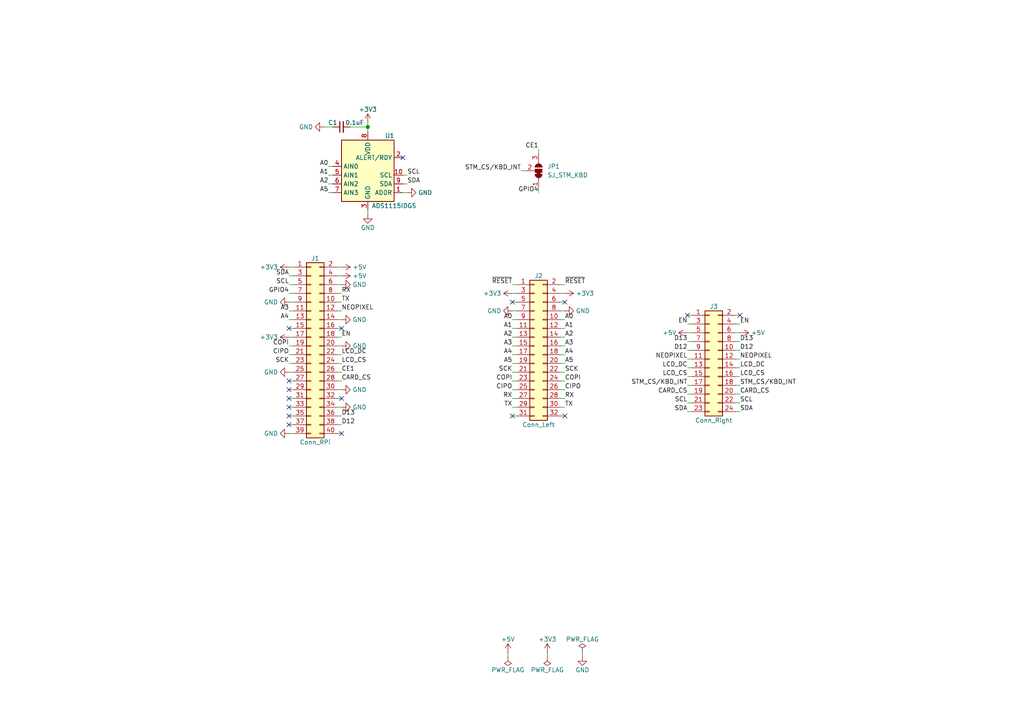
<source format=kicad_sch>
(kicad_sch (version 20210126) (generator eeschema)
  (paper "A4")
  (lib_symbols
    (symbol "Analog_ADC:ADS1115IDGS"
      (property "Reference" "U" (at 2.54 13.97 0))
      (property "Value" "ADS1115IDGS" (at 7.62 11.43 0))
      (symbol "ADS1115IDGS_0_1"
        (rectangle (start -7.62 10.16) (end 7.62 -7.62) (stroke (width 0.254)) (fill (type background)))
      )
      (symbol "ADS1115IDGS_1_1"
        (pin input line (at 10.16 -5.08 180) (length 2.54) (name "ADDR") (number "1"))
        (pin input line (at 10.16 0 180) (length 2.54) (name "SCL") (number "10"))
        (pin output line (at 10.16 5.08 180) (length 2.54) (name "ALERT/RDY") (number "2"))
        (pin power_in line (at 0 -10.16 90) (length 2.54) (name "GND") (number "3"))
        (pin input line (at -10.16 2.54 0) (length 2.54) (name "AIN0") (number "4"))
        (pin input line (at -10.16 0 0) (length 2.54) (name "AIN1") (number "5"))
        (pin input line (at -10.16 -2.54 0) (length 2.54) (name "AIN2") (number "6"))
        (pin input line (at -10.16 -5.08 0) (length 2.54) (name "AIN3") (number "7"))
        (pin power_in line (at 0 12.7 270) (length 2.54) (name "VDD") (number "8"))
        (pin bidirectional line (at 10.16 -2.54 180) (length 2.54) (name "SDA") (number "9"))
      )
    )
    (symbol "Connector_Generic:Conn_02x12_Odd_Even" (pin_names (offset 1.016) hide)
      (property "Reference" "J" (at 1.27 15.24 0))
      (property "Value" "Conn_02x12_Odd_Even" (at 1.27 -17.78 0))
      (symbol "Conn_02x12_Odd_Even_1_1"
        (rectangle (start -1.27 -15.113) (end 0 -15.367) (stroke (width 0.1524)))
        (rectangle (start -1.27 -12.573) (end 0 -12.827) (stroke (width 0.1524)))
        (rectangle (start -1.27 -10.033) (end 0 -10.287) (stroke (width 0.1524)))
        (rectangle (start -1.27 -7.493) (end 0 -7.747) (stroke (width 0.1524)))
        (rectangle (start -1.27 -4.953) (end 0 -5.207) (stroke (width 0.1524)))
        (rectangle (start -1.27 -2.413) (end 0 -2.667) (stroke (width 0.1524)))
        (rectangle (start -1.27 0.127) (end 0 -0.127) (stroke (width 0.1524)))
        (rectangle (start -1.27 2.667) (end 0 2.413) (stroke (width 0.1524)))
        (rectangle (start -1.27 5.207) (end 0 4.953) (stroke (width 0.1524)))
        (rectangle (start -1.27 7.747) (end 0 7.493) (stroke (width 0.1524)))
        (rectangle (start -1.27 10.287) (end 0 10.033) (stroke (width 0.1524)))
        (rectangle (start -1.27 12.827) (end 0 12.573) (stroke (width 0.1524)))
        (rectangle (start 3.81 -15.113) (end 2.54 -15.367) (stroke (width 0.1524)))
        (rectangle (start 3.81 -12.573) (end 2.54 -12.827) (stroke (width 0.1524)))
        (rectangle (start 3.81 -10.033) (end 2.54 -10.287) (stroke (width 0.1524)))
        (rectangle (start 3.81 -7.493) (end 2.54 -7.747) (stroke (width 0.1524)))
        (rectangle (start 3.81 -4.953) (end 2.54 -5.207) (stroke (width 0.1524)))
        (rectangle (start 3.81 -2.413) (end 2.54 -2.667) (stroke (width 0.1524)))
        (rectangle (start 3.81 0.127) (end 2.54 -0.127) (stroke (width 0.1524)))
        (rectangle (start 3.81 2.667) (end 2.54 2.413) (stroke (width 0.1524)))
        (rectangle (start 3.81 5.207) (end 2.54 4.953) (stroke (width 0.1524)))
        (rectangle (start 3.81 7.747) (end 2.54 7.493) (stroke (width 0.1524)))
        (rectangle (start 3.81 10.287) (end 2.54 10.033) (stroke (width 0.1524)))
        (rectangle (start 3.81 12.827) (end 2.54 12.573) (stroke (width 0.1524)))
        (rectangle (start -1.27 13.97) (end 3.81 -16.51) (stroke (width 0.254)) (fill (type background)))
        (pin passive line (at -5.08 12.7 0) (length 3.81) (name "Pin_1") (number "1"))
        (pin passive line (at 7.62 2.54 180) (length 3.81) (name "Pin_10") (number "10"))
        (pin passive line (at -5.08 0 0) (length 3.81) (name "Pin_11") (number "11"))
        (pin passive line (at 7.62 0 180) (length 3.81) (name "Pin_12") (number "12"))
        (pin passive line (at -5.08 -2.54 0) (length 3.81) (name "Pin_13") (number "13"))
        (pin passive line (at 7.62 -2.54 180) (length 3.81) (name "Pin_14") (number "14"))
        (pin passive line (at -5.08 -5.08 0) (length 3.81) (name "Pin_15") (number "15"))
        (pin passive line (at 7.62 -5.08 180) (length 3.81) (name "Pin_16") (number "16"))
        (pin passive line (at -5.08 -7.62 0) (length 3.81) (name "Pin_17") (number "17"))
        (pin passive line (at 7.62 -7.62 180) (length 3.81) (name "Pin_18") (number "18"))
        (pin passive line (at -5.08 -10.16 0) (length 3.81) (name "Pin_19") (number "19"))
        (pin passive line (at 7.62 12.7 180) (length 3.81) (name "Pin_2") (number "2"))
        (pin passive line (at 7.62 -10.16 180) (length 3.81) (name "Pin_20") (number "20"))
        (pin passive line (at -5.08 -12.7 0) (length 3.81) (name "Pin_21") (number "21"))
        (pin passive line (at 7.62 -12.7 180) (length 3.81) (name "Pin_22") (number "22"))
        (pin passive line (at -5.08 -15.24 0) (length 3.81) (name "Pin_23") (number "23"))
        (pin passive line (at 7.62 -15.24 180) (length 3.81) (name "Pin_24") (number "24"))
        (pin passive line (at -5.08 10.16 0) (length 3.81) (name "Pin_3") (number "3"))
        (pin passive line (at 7.62 10.16 180) (length 3.81) (name "Pin_4") (number "4"))
        (pin passive line (at -5.08 7.62 0) (length 3.81) (name "Pin_5") (number "5"))
        (pin passive line (at 7.62 7.62 180) (length 3.81) (name "Pin_6") (number "6"))
        (pin passive line (at -5.08 5.08 0) (length 3.81) (name "Pin_7") (number "7"))
        (pin passive line (at 7.62 5.08 180) (length 3.81) (name "Pin_8") (number "8"))
        (pin passive line (at -5.08 2.54 0) (length 3.81) (name "Pin_9") (number "9"))
      )
    )
    (symbol "Connector_Generic:Conn_02x16_Odd_Even" (pin_names (offset 1.016) hide)
      (property "Reference" "J" (at 1.27 20.32 0))
      (property "Value" "Conn_02x16_Odd_Even" (at 1.27 -22.86 0))
      (symbol "Conn_02x16_Odd_Even_1_1"
        (rectangle (start -1.27 -20.193) (end 0 -20.447) (stroke (width 0.1524)))
        (rectangle (start -1.27 -17.653) (end 0 -17.907) (stroke (width 0.1524)))
        (rectangle (start -1.27 -15.113) (end 0 -15.367) (stroke (width 0.1524)))
        (rectangle (start -1.27 -12.573) (end 0 -12.827) (stroke (width 0.1524)))
        (rectangle (start -1.27 -10.033) (end 0 -10.287) (stroke (width 0.1524)))
        (rectangle (start -1.27 -7.493) (end 0 -7.747) (stroke (width 0.1524)))
        (rectangle (start -1.27 -4.953) (end 0 -5.207) (stroke (width 0.1524)))
        (rectangle (start -1.27 -2.413) (end 0 -2.667) (stroke (width 0.1524)))
        (rectangle (start -1.27 0.127) (end 0 -0.127) (stroke (width 0.1524)))
        (rectangle (start -1.27 2.667) (end 0 2.413) (stroke (width 0.1524)))
        (rectangle (start -1.27 5.207) (end 0 4.953) (stroke (width 0.1524)))
        (rectangle (start -1.27 7.747) (end 0 7.493) (stroke (width 0.1524)))
        (rectangle (start -1.27 10.287) (end 0 10.033) (stroke (width 0.1524)))
        (rectangle (start -1.27 12.827) (end 0 12.573) (stroke (width 0.1524)))
        (rectangle (start -1.27 15.367) (end 0 15.113) (stroke (width 0.1524)))
        (rectangle (start -1.27 17.907) (end 0 17.653) (stroke (width 0.1524)))
        (rectangle (start 3.81 -20.193) (end 2.54 -20.447) (stroke (width 0.1524)))
        (rectangle (start 3.81 -17.653) (end 2.54 -17.907) (stroke (width 0.1524)))
        (rectangle (start 3.81 -15.113) (end 2.54 -15.367) (stroke (width 0.1524)))
        (rectangle (start 3.81 -12.573) (end 2.54 -12.827) (stroke (width 0.1524)))
        (rectangle (start 3.81 -10.033) (end 2.54 -10.287) (stroke (width 0.1524)))
        (rectangle (start 3.81 -7.493) (end 2.54 -7.747) (stroke (width 0.1524)))
        (rectangle (start 3.81 -4.953) (end 2.54 -5.207) (stroke (width 0.1524)))
        (rectangle (start 3.81 -2.413) (end 2.54 -2.667) (stroke (width 0.1524)))
        (rectangle (start 3.81 0.127) (end 2.54 -0.127) (stroke (width 0.1524)))
        (rectangle (start 3.81 2.667) (end 2.54 2.413) (stroke (width 0.1524)))
        (rectangle (start 3.81 5.207) (end 2.54 4.953) (stroke (width 0.1524)))
        (rectangle (start 3.81 7.747) (end 2.54 7.493) (stroke (width 0.1524)))
        (rectangle (start 3.81 10.287) (end 2.54 10.033) (stroke (width 0.1524)))
        (rectangle (start 3.81 12.827) (end 2.54 12.573) (stroke (width 0.1524)))
        (rectangle (start 3.81 15.367) (end 2.54 15.113) (stroke (width 0.1524)))
        (rectangle (start 3.81 17.907) (end 2.54 17.653) (stroke (width 0.1524)))
        (rectangle (start -1.27 19.05) (end 3.81 -21.59) (stroke (width 0.254)) (fill (type background)))
        (pin passive line (at -5.08 17.78 0) (length 3.81) (name "Pin_1") (number "1"))
        (pin passive line (at 7.62 7.62 180) (length 3.81) (name "Pin_10") (number "10"))
        (pin passive line (at -5.08 5.08 0) (length 3.81) (name "Pin_11") (number "11"))
        (pin passive line (at 7.62 5.08 180) (length 3.81) (name "Pin_12") (number "12"))
        (pin passive line (at -5.08 2.54 0) (length 3.81) (name "Pin_13") (number "13"))
        (pin passive line (at 7.62 2.54 180) (length 3.81) (name "Pin_14") (number "14"))
        (pin passive line (at -5.08 0 0) (length 3.81) (name "Pin_15") (number "15"))
        (pin passive line (at 7.62 0 180) (length 3.81) (name "Pin_16") (number "16"))
        (pin passive line (at -5.08 -2.54 0) (length 3.81) (name "Pin_17") (number "17"))
        (pin passive line (at 7.62 -2.54 180) (length 3.81) (name "Pin_18") (number "18"))
        (pin passive line (at -5.08 -5.08 0) (length 3.81) (name "Pin_19") (number "19"))
        (pin passive line (at 7.62 17.78 180) (length 3.81) (name "Pin_2") (number "2"))
        (pin passive line (at 7.62 -5.08 180) (length 3.81) (name "Pin_20") (number "20"))
        (pin passive line (at -5.08 -7.62 0) (length 3.81) (name "Pin_21") (number "21"))
        (pin passive line (at 7.62 -7.62 180) (length 3.81) (name "Pin_22") (number "22"))
        (pin passive line (at -5.08 -10.16 0) (length 3.81) (name "Pin_23") (number "23"))
        (pin passive line (at 7.62 -10.16 180) (length 3.81) (name "Pin_24") (number "24"))
        (pin passive line (at -5.08 -12.7 0) (length 3.81) (name "Pin_25") (number "25"))
        (pin passive line (at 7.62 -12.7 180) (length 3.81) (name "Pin_26") (number "26"))
        (pin passive line (at -5.08 -15.24 0) (length 3.81) (name "Pin_27") (number "27"))
        (pin passive line (at 7.62 -15.24 180) (length 3.81) (name "Pin_28") (number "28"))
        (pin passive line (at -5.08 -17.78 0) (length 3.81) (name "Pin_29") (number "29"))
        (pin passive line (at -5.08 15.24 0) (length 3.81) (name "Pin_3") (number "3"))
        (pin passive line (at 7.62 -17.78 180) (length 3.81) (name "Pin_30") (number "30"))
        (pin passive line (at -5.08 -20.32 0) (length 3.81) (name "Pin_31") (number "31"))
        (pin passive line (at 7.62 -20.32 180) (length 3.81) (name "Pin_32") (number "32"))
        (pin passive line (at 7.62 15.24 180) (length 3.81) (name "Pin_4") (number "4"))
        (pin passive line (at -5.08 12.7 0) (length 3.81) (name "Pin_5") (number "5"))
        (pin passive line (at 7.62 12.7 180) (length 3.81) (name "Pin_6") (number "6"))
        (pin passive line (at -5.08 10.16 0) (length 3.81) (name "Pin_7") (number "7"))
        (pin passive line (at 7.62 10.16 180) (length 3.81) (name "Pin_8") (number "8"))
        (pin passive line (at -5.08 7.62 0) (length 3.81) (name "Pin_9") (number "9"))
      )
    )
    (symbol "Connector_Generic:Conn_02x20_Odd_Even" (pin_names (offset 1.016) hide)
      (property "Reference" "J" (at 1.27 25.4 0))
      (property "Value" "Conn_02x20_Odd_Even" (at 1.27 -27.94 0))
      (symbol "Conn_02x20_Odd_Even_1_1"
        (rectangle (start -1.27 -25.273) (end 0 -25.527) (stroke (width 0.1524)))
        (rectangle (start -1.27 -22.733) (end 0 -22.987) (stroke (width 0.1524)))
        (rectangle (start -1.27 -20.193) (end 0 -20.447) (stroke (width 0.1524)))
        (rectangle (start -1.27 -17.653) (end 0 -17.907) (stroke (width 0.1524)))
        (rectangle (start -1.27 -15.113) (end 0 -15.367) (stroke (width 0.1524)))
        (rectangle (start -1.27 -12.573) (end 0 -12.827) (stroke (width 0.1524)))
        (rectangle (start -1.27 -10.033) (end 0 -10.287) (stroke (width 0.1524)))
        (rectangle (start -1.27 -7.493) (end 0 -7.747) (stroke (width 0.1524)))
        (rectangle (start -1.27 -4.953) (end 0 -5.207) (stroke (width 0.1524)))
        (rectangle (start -1.27 -2.413) (end 0 -2.667) (stroke (width 0.1524)))
        (rectangle (start -1.27 0.127) (end 0 -0.127) (stroke (width 0.1524)))
        (rectangle (start -1.27 2.667) (end 0 2.413) (stroke (width 0.1524)))
        (rectangle (start -1.27 5.207) (end 0 4.953) (stroke (width 0.1524)))
        (rectangle (start -1.27 7.747) (end 0 7.493) (stroke (width 0.1524)))
        (rectangle (start -1.27 10.287) (end 0 10.033) (stroke (width 0.1524)))
        (rectangle (start -1.27 12.827) (end 0 12.573) (stroke (width 0.1524)))
        (rectangle (start -1.27 15.367) (end 0 15.113) (stroke (width 0.1524)))
        (rectangle (start -1.27 17.907) (end 0 17.653) (stroke (width 0.1524)))
        (rectangle (start -1.27 20.447) (end 0 20.193) (stroke (width 0.1524)))
        (rectangle (start -1.27 22.987) (end 0 22.733) (stroke (width 0.1524)))
        (rectangle (start 3.81 -25.273) (end 2.54 -25.527) (stroke (width 0.1524)))
        (rectangle (start 3.81 -22.733) (end 2.54 -22.987) (stroke (width 0.1524)))
        (rectangle (start 3.81 -20.193) (end 2.54 -20.447) (stroke (width 0.1524)))
        (rectangle (start 3.81 -17.653) (end 2.54 -17.907) (stroke (width 0.1524)))
        (rectangle (start 3.81 -15.113) (end 2.54 -15.367) (stroke (width 0.1524)))
        (rectangle (start 3.81 -12.573) (end 2.54 -12.827) (stroke (width 0.1524)))
        (rectangle (start 3.81 -10.033) (end 2.54 -10.287) (stroke (width 0.1524)))
        (rectangle (start 3.81 -7.493) (end 2.54 -7.747) (stroke (width 0.1524)))
        (rectangle (start 3.81 -4.953) (end 2.54 -5.207) (stroke (width 0.1524)))
        (rectangle (start 3.81 -2.413) (end 2.54 -2.667) (stroke (width 0.1524)))
        (rectangle (start 3.81 0.127) (end 2.54 -0.127) (stroke (width 0.1524)))
        (rectangle (start 3.81 2.667) (end 2.54 2.413) (stroke (width 0.1524)))
        (rectangle (start 3.81 5.207) (end 2.54 4.953) (stroke (width 0.1524)))
        (rectangle (start 3.81 7.747) (end 2.54 7.493) (stroke (width 0.1524)))
        (rectangle (start 3.81 10.287) (end 2.54 10.033) (stroke (width 0.1524)))
        (rectangle (start 3.81 12.827) (end 2.54 12.573) (stroke (width 0.1524)))
        (rectangle (start 3.81 15.367) (end 2.54 15.113) (stroke (width 0.1524)))
        (rectangle (start 3.81 17.907) (end 2.54 17.653) (stroke (width 0.1524)))
        (rectangle (start 3.81 20.447) (end 2.54 20.193) (stroke (width 0.1524)))
        (rectangle (start 3.81 22.987) (end 2.54 22.733) (stroke (width 0.1524)))
        (rectangle (start -1.27 24.13) (end 3.81 -26.67) (stroke (width 0.254)) (fill (type background)))
        (pin passive line (at -5.08 22.86 0) (length 3.81) (name "Pin_1") (number "1"))
        (pin passive line (at 7.62 12.7 180) (length 3.81) (name "Pin_10") (number "10"))
        (pin passive line (at -5.08 10.16 0) (length 3.81) (name "Pin_11") (number "11"))
        (pin passive line (at 7.62 10.16 180) (length 3.81) (name "Pin_12") (number "12"))
        (pin passive line (at -5.08 7.62 0) (length 3.81) (name "Pin_13") (number "13"))
        (pin passive line (at 7.62 7.62 180) (length 3.81) (name "Pin_14") (number "14"))
        (pin passive line (at -5.08 5.08 0) (length 3.81) (name "Pin_15") (number "15"))
        (pin passive line (at 7.62 5.08 180) (length 3.81) (name "Pin_16") (number "16"))
        (pin passive line (at -5.08 2.54 0) (length 3.81) (name "Pin_17") (number "17"))
        (pin passive line (at 7.62 2.54 180) (length 3.81) (name "Pin_18") (number "18"))
        (pin passive line (at -5.08 0 0) (length 3.81) (name "Pin_19") (number "19"))
        (pin passive line (at 7.62 22.86 180) (length 3.81) (name "Pin_2") (number "2"))
        (pin passive line (at 7.62 0 180) (length 3.81) (name "Pin_20") (number "20"))
        (pin passive line (at -5.08 -2.54 0) (length 3.81) (name "Pin_21") (number "21"))
        (pin passive line (at 7.62 -2.54 180) (length 3.81) (name "Pin_22") (number "22"))
        (pin passive line (at -5.08 -5.08 0) (length 3.81) (name "Pin_23") (number "23"))
        (pin passive line (at 7.62 -5.08 180) (length 3.81) (name "Pin_24") (number "24"))
        (pin passive line (at -5.08 -7.62 0) (length 3.81) (name "Pin_25") (number "25"))
        (pin passive line (at 7.62 -7.62 180) (length 3.81) (name "Pin_26") (number "26"))
        (pin passive line (at -5.08 -10.16 0) (length 3.81) (name "Pin_27") (number "27"))
        (pin passive line (at 7.62 -10.16 180) (length 3.81) (name "Pin_28") (number "28"))
        (pin passive line (at -5.08 -12.7 0) (length 3.81) (name "Pin_29") (number "29"))
        (pin passive line (at -5.08 20.32 0) (length 3.81) (name "Pin_3") (number "3"))
        (pin passive line (at 7.62 -12.7 180) (length 3.81) (name "Pin_30") (number "30"))
        (pin passive line (at -5.08 -15.24 0) (length 3.81) (name "Pin_31") (number "31"))
        (pin passive line (at 7.62 -15.24 180) (length 3.81) (name "Pin_32") (number "32"))
        (pin passive line (at -5.08 -17.78 0) (length 3.81) (name "Pin_33") (number "33"))
        (pin passive line (at 7.62 -17.78 180) (length 3.81) (name "Pin_34") (number "34"))
        (pin passive line (at -5.08 -20.32 0) (length 3.81) (name "Pin_35") (number "35"))
        (pin passive line (at 7.62 -20.32 180) (length 3.81) (name "Pin_36") (number "36"))
        (pin passive line (at -5.08 -22.86 0) (length 3.81) (name "Pin_37") (number "37"))
        (pin passive line (at 7.62 -22.86 180) (length 3.81) (name "Pin_38") (number "38"))
        (pin passive line (at -5.08 -25.4 0) (length 3.81) (name "Pin_39") (number "39"))
        (pin passive line (at 7.62 20.32 180) (length 3.81) (name "Pin_4") (number "4"))
        (pin passive line (at 7.62 -25.4 180) (length 3.81) (name "Pin_40") (number "40"))
        (pin passive line (at -5.08 17.78 0) (length 3.81) (name "Pin_5") (number "5"))
        (pin passive line (at 7.62 17.78 180) (length 3.81) (name "Pin_6") (number "6"))
        (pin passive line (at -5.08 15.24 0) (length 3.81) (name "Pin_7") (number "7"))
        (pin passive line (at 7.62 15.24 180) (length 3.81) (name "Pin_8") (number "8"))
        (pin passive line (at -5.08 12.7 0) (length 3.81) (name "Pin_9") (number "9"))
      )
    )
    (symbol "Device:C_Small" (pin_numbers hide) (pin_names (offset 0.254) hide)
      (property "Reference" "C" (at 0.254 1.778 0))
      (property "Value" "C_Small" (at 0.254 -2.032 0))
      (symbol "C_Small_0_1"
        (polyline (pts (xy -1.524 -0.508) (xy 1.524 -0.508)) (stroke (width 0.3302)))
        (polyline (pts (xy -1.524 0.508) (xy 1.524 0.508)) (stroke (width 0.3048)))
      )
      (symbol "C_Small_1_1"
        (pin passive line (at 0 2.54 270) (length 2.032) (name "~") (number "1"))
        (pin passive line (at 0 -2.54 90) (length 2.032) (name "~") (number "2"))
      )
    )
    (symbol "Jumper:SolderJumper_3_Bridged12" (pin_names (offset 0) hide)
      (property "Reference" "JP" (at -2.54 -2.54 0))
      (property "Value" "SolderJumper_3_Bridged12" (at 0 2.794 0))
      (symbol "SolderJumper_3_Bridged12_0_1"
        (arc (start -1.016 1.016) (end -1.016 -1.016) (radius (at -1.016 0) (length 1.016) (angles 90.1 -90.1)))
        (arc (start 1.016 -1.016) (end 1.016 1.016) (radius (at 1.016 0) (length 1.016) (angles -89.9 89.9)))
        (arc (start -1.016 1.016) (end -1.016 -1.016) (radius (at -1.016 0) (length 1.016) (angles 90.1 -90.1)) (fill (type outline)))
        (arc (start 1.016 -1.016) (end 1.016 1.016) (radius (at 1.016 0) (length 1.016) (angles -89.9 89.9)) (fill (type outline)))
        (rectangle (start -1.016 0.508) (end -0.508 -0.508) (fill (type outline)))
        (rectangle (start -0.508 1.016) (end 0.508 -1.016) (fill (type outline)))
        (polyline (pts (xy -2.54 0) (xy -2.032 0)))
        (polyline (pts (xy -1.016 1.016) (xy -1.016 -1.016)))
        (polyline (pts (xy 0 -1.27) (xy 0 -1.016)))
        (polyline (pts (xy 1.016 1.016) (xy 1.016 -1.016)))
        (polyline (pts (xy 2.54 0) (xy 2.032 0)))
      )
      (symbol "SolderJumper_3_Bridged12_1_1"
        (pin passive line (at -5.08 0 0) (length 2.54) (name "A") (number "1"))
        (pin input line (at 0 -3.81 90) (length 2.54) (name "C") (number "2"))
        (pin passive line (at 5.08 0 180) (length 2.54) (name "B") (number "3"))
      )
    )
    (symbol "power:+3.3V" (power) (pin_names (offset 0))
      (property "Value" "+3.3V" (at 0 3.556 0))
      (symbol "+3.3V_0_1"
        (polyline (pts (xy -0.762 1.27) (xy 0 2.54)))
        (polyline (pts (xy 0 0) (xy 0 2.54)))
        (polyline (pts (xy 0 2.54) (xy 0.762 1.27)))
      )
      (symbol "+3.3V_1_1"
        (pin power_in line (at 0 0 90) (length 0) hide (name "+3V3") (number "1"))
      )
    )
    (symbol "power:+5V" (power) (pin_names (offset 0))
      (property "Value" "+5V" (at 0 3.556 0))
      (symbol "+5V_0_1"
        (polyline (pts (xy -0.762 1.27) (xy 0 2.54)))
        (polyline (pts (xy 0 0) (xy 0 2.54)))
        (polyline (pts (xy 0 2.54) (xy 0.762 1.27)))
      )
      (symbol "+5V_1_1"
        (pin power_in line (at 0 0 90) (length 0) hide (name "+5V") (number "1"))
      )
    )
    (symbol "power:GND" (power) (pin_names (offset 0))
      (property "Value" "GND" (at 0 -3.81 0))
      (symbol "GND_0_1"
        (polyline (pts (xy 0 0) (xy 0 -1.27) (xy 1.27 -1.27) (xy 0 -2.54) (xy -1.27 -1.27) (xy 0 -1.27)))
      )
      (symbol "GND_1_1"
        (pin power_in line (at 0 0 270) (length 0) hide (name "GND") (number "1"))
      )
    )
    (symbol "power:PWR_FLAG" (power) (pin_numbers hide) (pin_names (offset 0) hide)
      (property "Value" "PWR_FLAG" (at 0 3.81 0))
      (symbol "PWR_FLAG_0_0"
        (pin power_out line (at 0 0 90) (length 0) (name "pwr") (number "1"))
      )
      (symbol "PWR_FLAG_0_1"
        (polyline (pts (xy 0 0) (xy 0 1.27) (xy -1.016 1.905) (xy 0 2.54) (xy 1.016 1.905) (xy 0 1.27)))
      )
    )
  )
  (junction (at 106.68 36.83) (diameter 1.016))
  (no_connect (at 83.82 95.25))
  (no_connect (at 83.82 110.49))
  (no_connect (at 83.82 113.03))
  (no_connect (at 83.82 115.57))
  (no_connect (at 83.82 118.11))
  (no_connect (at 83.82 120.65))
  (no_connect (at 83.82 123.19))
  (no_connect (at 99.06 95.25))
  (no_connect (at 99.06 115.57))
  (no_connect (at 99.06 125.73))
  (no_connect (at 116.84 45.72))
  (no_connect (at 148.59 87.63))
  (no_connect (at 148.59 120.65))
  (no_connect (at 163.83 87.63))
  (no_connect (at 163.83 120.65))
  (no_connect (at 199.39 91.44))
  (no_connect (at 214.63 91.44))
  (wire (pts (xy 83.82 77.47) (xy 85.09 77.47)))
  (wire (pts (xy 83.82 80.01) (xy 85.09 80.01)))
  (wire (pts (xy 83.82 82.55) (xy 85.09 82.55)))
  (wire (pts (xy 83.82 85.09) (xy 85.09 85.09)))
  (wire (pts (xy 83.82 87.63) (xy 85.09 87.63)))
  (wire (pts (xy 83.82 90.17) (xy 85.09 90.17)))
  (wire (pts (xy 83.82 92.71) (xy 85.09 92.71)))
  (wire (pts (xy 83.82 95.25) (xy 85.09 95.25)))
  (wire (pts (xy 83.82 97.79) (xy 85.09 97.79)))
  (wire (pts (xy 83.82 100.33) (xy 85.09 100.33)))
  (wire (pts (xy 83.82 102.87) (xy 85.09 102.87)))
  (wire (pts (xy 83.82 105.41) (xy 85.09 105.41)))
  (wire (pts (xy 83.82 107.95) (xy 85.09 107.95)))
  (wire (pts (xy 83.82 110.49) (xy 85.09 110.49)))
  (wire (pts (xy 83.82 113.03) (xy 85.09 113.03)))
  (wire (pts (xy 83.82 115.57) (xy 85.09 115.57)))
  (wire (pts (xy 83.82 118.11) (xy 85.09 118.11)))
  (wire (pts (xy 83.82 120.65) (xy 85.09 120.65)))
  (wire (pts (xy 83.82 123.19) (xy 85.09 123.19)))
  (wire (pts (xy 83.82 125.73) (xy 85.09 125.73)))
  (wire (pts (xy 93.98 36.83) (xy 96.52 36.83)))
  (wire (pts (xy 95.25 48.26) (xy 96.52 48.26)))
  (wire (pts (xy 95.25 50.8) (xy 96.52 50.8)))
  (wire (pts (xy 95.25 53.34) (xy 96.52 53.34)))
  (wire (pts (xy 95.25 55.88) (xy 96.52 55.88)))
  (wire (pts (xy 97.79 77.47) (xy 99.06 77.47)))
  (wire (pts (xy 97.79 80.01) (xy 99.06 80.01)))
  (wire (pts (xy 97.79 82.55) (xy 99.06 82.55)))
  (wire (pts (xy 97.79 85.09) (xy 99.06 85.09)))
  (wire (pts (xy 97.79 87.63) (xy 99.06 87.63)))
  (wire (pts (xy 97.79 90.17) (xy 99.06 90.17)))
  (wire (pts (xy 97.79 92.71) (xy 99.06 92.71)))
  (wire (pts (xy 97.79 95.25) (xy 99.06 95.25)))
  (wire (pts (xy 97.79 97.79) (xy 99.06 97.79)))
  (wire (pts (xy 97.79 100.33) (xy 99.06 100.33)))
  (wire (pts (xy 97.79 102.87) (xy 99.06 102.87)))
  (wire (pts (xy 97.79 105.41) (xy 99.06 105.41)))
  (wire (pts (xy 97.79 107.95) (xy 99.06 107.95)))
  (wire (pts (xy 97.79 110.49) (xy 99.06 110.49)))
  (wire (pts (xy 97.79 113.03) (xy 99.06 113.03)))
  (wire (pts (xy 97.79 115.57) (xy 99.06 115.57)))
  (wire (pts (xy 97.79 118.11) (xy 99.06 118.11)))
  (wire (pts (xy 97.79 120.65) (xy 99.06 120.65)))
  (wire (pts (xy 97.79 123.19) (xy 99.06 123.19)))
  (wire (pts (xy 97.79 125.73) (xy 99.06 125.73)))
  (wire (pts (xy 101.6 36.83) (xy 106.68 36.83)))
  (wire (pts (xy 106.68 35.56) (xy 106.68 36.83)))
  (wire (pts (xy 106.68 36.83) (xy 106.68 38.1)))
  (wire (pts (xy 106.68 60.96) (xy 106.68 62.23)))
  (wire (pts (xy 116.84 50.8) (xy 118.11 50.8)))
  (wire (pts (xy 116.84 53.34) (xy 118.11 53.34)))
  (wire (pts (xy 116.84 55.88) (xy 118.11 55.88)))
  (wire (pts (xy 147.32 189.23) (xy 147.32 190.5)))
  (wire (pts (xy 148.59 82.55) (xy 149.86 82.55)))
  (wire (pts (xy 148.59 85.09) (xy 149.86 85.09)))
  (wire (pts (xy 148.59 87.63) (xy 149.86 87.63)))
  (wire (pts (xy 148.59 90.17) (xy 149.86 90.17)))
  (wire (pts (xy 148.59 92.71) (xy 149.86 92.71)))
  (wire (pts (xy 148.59 95.25) (xy 149.86 95.25)))
  (wire (pts (xy 148.59 97.79) (xy 149.86 97.79)))
  (wire (pts (xy 148.59 100.33) (xy 149.86 100.33)))
  (wire (pts (xy 148.59 102.87) (xy 149.86 102.87)))
  (wire (pts (xy 148.59 105.41) (xy 149.86 105.41)))
  (wire (pts (xy 148.59 107.95) (xy 149.86 107.95)))
  (wire (pts (xy 148.59 110.49) (xy 149.86 110.49)))
  (wire (pts (xy 148.59 113.03) (xy 149.86 113.03)))
  (wire (pts (xy 148.59 115.57) (xy 149.86 115.57)))
  (wire (pts (xy 148.59 118.11) (xy 149.86 118.11)))
  (wire (pts (xy 148.59 120.65) (xy 149.86 120.65)))
  (wire (pts (xy 152.4 49.53) (xy 151.13 49.53)))
  (wire (pts (xy 156.21 43.18) (xy 156.21 44.45)))
  (wire (pts (xy 156.21 54.61) (xy 156.21 55.88)))
  (wire (pts (xy 158.75 189.23) (xy 158.75 190.5)))
  (wire (pts (xy 162.56 82.55) (xy 163.83 82.55)))
  (wire (pts (xy 162.56 85.09) (xy 163.83 85.09)))
  (wire (pts (xy 162.56 87.63) (xy 163.83 87.63)))
  (wire (pts (xy 162.56 90.17) (xy 163.83 90.17)))
  (wire (pts (xy 162.56 92.71) (xy 163.83 92.71)))
  (wire (pts (xy 162.56 95.25) (xy 163.83 95.25)))
  (wire (pts (xy 162.56 97.79) (xy 163.83 97.79)))
  (wire (pts (xy 162.56 100.33) (xy 163.83 100.33)))
  (wire (pts (xy 162.56 102.87) (xy 163.83 102.87)))
  (wire (pts (xy 162.56 105.41) (xy 163.83 105.41)))
  (wire (pts (xy 162.56 107.95) (xy 163.83 107.95)))
  (wire (pts (xy 162.56 110.49) (xy 163.83 110.49)))
  (wire (pts (xy 162.56 113.03) (xy 163.83 113.03)))
  (wire (pts (xy 162.56 115.57) (xy 163.83 115.57)))
  (wire (pts (xy 162.56 118.11) (xy 163.83 118.11)))
  (wire (pts (xy 162.56 120.65) (xy 163.83 120.65)))
  (wire (pts (xy 168.91 189.23) (xy 168.91 190.5)))
  (wire (pts (xy 199.39 91.44) (xy 200.66 91.44)))
  (wire (pts (xy 199.39 93.98) (xy 200.66 93.98)))
  (wire (pts (xy 199.39 96.52) (xy 200.66 96.52)))
  (wire (pts (xy 199.39 99.06) (xy 200.66 99.06)))
  (wire (pts (xy 199.39 101.6) (xy 200.66 101.6)))
  (wire (pts (xy 199.39 104.14) (xy 200.66 104.14)))
  (wire (pts (xy 199.39 106.68) (xy 200.66 106.68)))
  (wire (pts (xy 199.39 109.22) (xy 200.66 109.22)))
  (wire (pts (xy 199.39 111.76) (xy 200.66 111.76)))
  (wire (pts (xy 199.39 114.3) (xy 200.66 114.3)))
  (wire (pts (xy 199.39 116.84) (xy 200.66 116.84)))
  (wire (pts (xy 199.39 119.38) (xy 200.66 119.38)))
  (wire (pts (xy 213.36 91.44) (xy 214.63 91.44)))
  (wire (pts (xy 213.36 93.98) (xy 214.63 93.98)))
  (wire (pts (xy 213.36 96.52) (xy 214.63 96.52)))
  (wire (pts (xy 213.36 99.06) (xy 214.63 99.06)))
  (wire (pts (xy 213.36 101.6) (xy 214.63 101.6)))
  (wire (pts (xy 213.36 104.14) (xy 214.63 104.14)))
  (wire (pts (xy 213.36 106.68) (xy 214.63 106.68)))
  (wire (pts (xy 213.36 109.22) (xy 214.63 109.22)))
  (wire (pts (xy 213.36 111.76) (xy 214.63 111.76)))
  (wire (pts (xy 213.36 114.3) (xy 214.63 114.3)))
  (wire (pts (xy 213.36 116.84) (xy 214.63 116.84)))
  (wire (pts (xy 213.36 119.38) (xy 214.63 119.38)))
  (label "SDA" (at 83.82 80.01 180))
  (label "SCL" (at 83.82 82.55 180))
  (label "GPIO4" (at 83.82 85.09 180))
  (label "A3" (at 83.82 90.17 180))
  (label "A4" (at 83.82 92.71 180))
  (label "COPI" (at 83.82 100.33 180))
  (label "CIPO" (at 83.82 102.87 180))
  (label "SCK" (at 83.82 105.41 180))
  (label "A0" (at 95.25 48.26 180))
  (label "A1" (at 95.25 50.8 180))
  (label "A2" (at 95.25 53.34 180))
  (label "A5" (at 95.25 55.88 180))
  (label "RX" (at 99.06 85.09 0))
  (label "TX" (at 99.06 87.63 0))
  (label "NEOPIXEL" (at 99.06 90.17 0))
  (label "EN" (at 99.06 97.79 0))
  (label "LCD_DC" (at 99.06 102.87 0))
  (label "LCD_CS" (at 99.06 105.41 0))
  (label "CE1" (at 99.06 107.95 0))
  (label "CARD_CS" (at 99.06 110.49 0))
  (label "D13" (at 99.06 120.65 0))
  (label "D12" (at 99.06 123.19 0))
  (label "SCL" (at 118.11 50.8 0))
  (label "SDA" (at 118.11 53.34 0))
  (label "~RESET~" (at 148.59 82.55 180))
  (label "A0" (at 148.59 92.71 180))
  (label "A1" (at 148.59 95.25 180))
  (label "A2" (at 148.59 97.79 180))
  (label "A3" (at 148.59 100.33 180))
  (label "A4" (at 148.59 102.87 180))
  (label "A5" (at 148.59 105.41 180))
  (label "SCK" (at 148.59 107.95 180))
  (label "COPI" (at 148.59 110.49 180))
  (label "CIPO" (at 148.59 113.03 180))
  (label "RX" (at 148.59 115.57 180))
  (label "TX" (at 148.59 118.11 180))
  (label "STM_CS{slash}KBD_INT" (at 151.13 49.53 180))
  (label "CE1" (at 156.21 43.18 180))
  (label "GPIO4" (at 156.21 55.88 180))
  (label "~RESET~" (at 163.83 82.55 0))
  (label "A0" (at 163.83 92.71 0))
  (label "A1" (at 163.83 95.25 0))
  (label "A2" (at 163.83 97.79 0))
  (label "A3" (at 163.83 100.33 0))
  (label "A4" (at 163.83 102.87 0))
  (label "A5" (at 163.83 105.41 0))
  (label "SCK" (at 163.83 107.95 0))
  (label "COPI" (at 163.83 110.49 0))
  (label "CIPO" (at 163.83 113.03 0))
  (label "RX" (at 163.83 115.57 0))
  (label "TX" (at 163.83 118.11 0))
  (label "EN" (at 199.39 93.98 180))
  (label "D13" (at 199.39 99.06 180))
  (label "D12" (at 199.39 101.6 180))
  (label "NEOPIXEL" (at 199.39 104.14 180))
  (label "LCD_DC" (at 199.39 106.68 180))
  (label "LCD_CS" (at 199.39 109.22 180))
  (label "STM_CS{slash}KBD_INT" (at 199.39 111.76 180))
  (label "CARD_CS" (at 199.39 114.3 180))
  (label "SCL" (at 199.39 116.84 180))
  (label "SDA" (at 199.39 119.38 180))
  (label "EN" (at 214.63 93.98 0))
  (label "D13" (at 214.63 99.06 0))
  (label "D12" (at 214.63 101.6 0))
  (label "NEOPIXEL" (at 214.63 104.14 0))
  (label "LCD_DC" (at 214.63 106.68 0))
  (label "LCD_CS" (at 214.63 109.22 0))
  (label "STM_CS{slash}KBD_INT" (at 214.63 111.76 0))
  (label "CARD_CS" (at 214.63 114.3 0))
  (label "SCL" (at 214.63 116.84 0))
  (label "SDA" (at 214.63 119.38 0))
  (symbol (lib_id "power:PWR_FLAG") (at 147.32 190.5 180) (unit 1)
    (property "Reference" "#FLG0103" (effects hide))
    (property "Value" "PWR_FLAG" (at 147.32 194.31 0))
  )
  (symbol (lib_id "power:PWR_FLAG") (at 158.75 190.5 180) (unit 1)
    (property "Reference" "#FLG0102" (effects hide))
    (property "Value" "PWR_FLAG" (at 158.75 194.31 0))
  )
  (symbol (lib_id "power:PWR_FLAG") (at 168.91 189.23 0) (unit 1)
    (property "Reference" "#FLG0101" (effects hide))
    (property "Value" "PWR_FLAG" (at 168.91 185.42 0))
  )
  (symbol (lib_id "power:+3.3V") (at 83.82 77.47 90) (unit 1)
    (property "Reference" "#PWR0113" (effects hide))
    (property "Value" "+3.3V" (at 80.645 77.47 90) (effects (justify left)))
  )
  (symbol (lib_id "power:+3.3V") (at 83.82 97.79 90) (unit 1)
    (property "Reference" "#PWR0118" (effects hide))
    (property "Value" "+3.3V" (at 80.645 97.79 90) (effects (justify left)))
  )
  (symbol (lib_id "power:+5V") (at 99.06 77.47 270) (unit 1)
    (property "Reference" "#PWR0103" (effects hide))
    (property "Value" "+5V" (at 102.235 77.47 90) (effects (justify left)))
  )
  (symbol (lib_id "power:+5V") (at 99.06 80.01 270) (unit 1)
    (property "Reference" "#PWR0117" (effects hide))
    (property "Value" "+5V" (at 102.235 80.01 90) (effects (justify left)))
  )
  (symbol (lib_id "power:+3.3V") (at 106.68 35.56 0) (unit 1)
    (property "Reference" "#PWR0122" (effects hide))
    (property "Value" "+3.3V" (at 106.68 31.75 0))
  )
  (symbol (lib_id "power:+5V") (at 147.32 189.23 0) (unit 1)
    (property "Reference" "#PWR0121" (effects hide))
    (property "Value" "+5V" (at 147.32 185.42 0))
  )
  (symbol (lib_id "power:+3.3V") (at 148.59 85.09 90) (unit 1)
    (property "Reference" "#PWR0112" (effects hide))
    (property "Value" "+3.3V" (at 145.415 85.09 90) (effects (justify left)))
  )
  (symbol (lib_id "power:+3.3V") (at 158.75 189.23 0) (unit 1)
    (property "Reference" "#PWR0105" (effects hide))
    (property "Value" "+3.3V" (at 158.75 185.42 0))
  )
  (symbol (lib_id "power:+3.3V") (at 163.83 85.09 270) (mirror x) (unit 1)
    (property "Reference" "#PWR0109" (effects hide))
    (property "Value" "+3.3V" (at 167.005 85.09 90) (effects (justify left)))
  )
  (symbol (lib_id "power:+5V") (at 199.39 96.52 90) (unit 1)
    (property "Reference" "#PWR0106" (effects hide))
    (property "Value" "+5V" (at 196.215 96.52 90) (effects (justify left)))
  )
  (symbol (lib_id "power:+5V") (at 214.63 96.52 270) (unit 1)
    (property "Reference" "#PWR0108" (effects hide))
    (property "Value" "+5V" (at 217.805 96.52 90) (effects (justify left)))
  )
  (symbol (lib_id "power:GND") (at 83.82 87.63 270) (unit 1)
    (property "Reference" "#PWR0114" (effects hide))
    (property "Value" "GND" (at 80.645 87.63 90) (effects (justify right)))
  )
  (symbol (lib_id "power:GND") (at 83.82 107.95 270) (unit 1)
    (property "Reference" "#PWR0119" (effects hide))
    (property "Value" "GND" (at 80.645 107.95 90) (effects (justify right)))
  )
  (symbol (lib_id "power:GND") (at 83.82 125.73 270) (unit 1)
    (property "Reference" "#PWR0120" (effects hide))
    (property "Value" "GND" (at 80.645 125.73 90) (effects (justify right)))
  )
  (symbol (lib_id "power:GND") (at 93.98 36.83 270) (mirror x) (unit 1)
    (property "Reference" "#PWR0123" (effects hide))
    (property "Value" "GND" (at 90.805 36.83 90) (effects (justify right)))
  )
  (symbol (lib_id "power:GND") (at 99.06 82.55 90) (unit 1)
    (property "Reference" "#PWR0116" (effects hide))
    (property "Value" "GND" (at 102.235 82.55 90) (effects (justify right)))
  )
  (symbol (lib_id "power:GND") (at 99.06 92.71 90) (unit 1)
    (property "Reference" "#PWR0115" (effects hide))
    (property "Value" "GND" (at 102.235 92.71 90) (effects (justify right)))
  )
  (symbol (lib_id "power:GND") (at 99.06 100.33 90) (unit 1)
    (property "Reference" "#PWR0104" (effects hide))
    (property "Value" "GND" (at 102.235 100.33 90) (effects (justify right)))
  )
  (symbol (lib_id "power:GND") (at 99.06 113.03 90) (unit 1)
    (property "Reference" "#PWR0102" (effects hide))
    (property "Value" "GND" (at 102.235 113.03 90) (effects (justify right)))
  )
  (symbol (lib_id "power:GND") (at 99.06 118.11 90) (unit 1)
    (property "Reference" "#PWR0101" (effects hide))
    (property "Value" "GND" (at 102.235 118.11 90) (effects (justify right)))
  )
  (symbol (lib_id "power:GND") (at 106.68 62.23 0) (unit 1)
    (property "Reference" "#PWR0124" (effects hide))
    (property "Value" "GND" (at 106.68 66.04 0))
  )
  (symbol (lib_id "power:GND") (at 118.11 55.88 90) (unit 1)
    (property "Reference" "#PWR0125" (effects hide))
    (property "Value" "GND" (at 121.285 55.88 90) (effects (justify right)))
  )
  (symbol (lib_id "power:GND") (at 148.59 90.17 270) (unit 1)
    (property "Reference" "#PWR0111" (effects hide))
    (property "Value" "GND" (at 145.415 90.17 90) (effects (justify right)))
  )
  (symbol (lib_id "power:GND") (at 163.83 90.17 90) (mirror x) (unit 1)
    (property "Reference" "#PWR0110" (effects hide))
    (property "Value" "GND" (at 167.005 90.17 90) (effects (justify right)))
  )
  (symbol (lib_id "power:GND") (at 168.91 190.5 0) (mirror y) (unit 1)
    (property "Reference" "#PWR0107" (effects hide))
    (property "Value" "GND" (at 168.91 194.31 0))
  )
  (symbol (lib_id "Device:C_Small") (at 99.06 36.83 90) (unit 1)
    (property "Reference" "C1" (at 96.52 35.56 90))
    (property "Value" "0.1uF" (at 102.87 35.56 90))
    (property "Footprint" "Capacitor_SMD:C_0603_1608Metric" (effects hide))
  )
  (symbol (lib_id "Jumper:SolderJumper_3_Bridged12") (at 156.21 49.53 270) (mirror x) (unit 1)
    (property "Reference" "JP1" (at 158.75 48.26 90) (effects (justify left)))
    (property "Value" "SJ_STM_KBD" (at 158.75 50.8 90) (effects (justify left)))
    (property "Footprint" "Jumper:SolderJumper-3_P1.3mm_Bridged12_RoundedPad1.0x1.5mm_NumberLabels" (effects hide))
  )
  (symbol (lib_id "Connector_Generic:Conn_02x12_Odd_Even") (at 205.74 104.14 0) (unit 1)
    (property "Reference" "J3" (at 207.01 88.9 0))
    (property "Value" "Conn_Right" (at 207.01 121.92 0))
    (property "Footprint" "Connector_PinHeader_2.54mm:PinHeader_2x12_P2.54mm_Vertical" (effects hide))
  )
  (symbol (lib_id "Analog_ADC:ADS1115IDGS") (at 106.68 50.8 0) (unit 1)
    (property "Reference" "U1" (at 113.03 39.37 0))
    (property "Value" "ADS1115IDGS" (at 114.3 59.69 0))
    (property "Footprint" "Package_SO:TSSOP-10_3x3mm_P0.5mm" (effects hide))
    (property "Datasheet" "http://www.ti.com/lit/ds/symlink/ads1113.pdf" (effects hide))
  )
  (symbol (lib_id "Connector_Generic:Conn_02x16_Odd_Even") (at 154.94 100.33 0) (unit 1)
    (property "Reference" "J2" (at 156.21 80.01 0))
    (property "Value" "Conn_Left" (at 156.21 123.19 0))
    (property "Footprint" "Connector_PinHeader_2.54mm:PinHeader_2x16_P2.54mm_Vertical" (effects hide))
  )
  (symbol (lib_id "Connector_Generic:Conn_02x20_Odd_Even") (at 90.17 100.33 0) (unit 1)
    (property "Reference" "J1" (at 91.44 74.93 0))
    (property "Value" "Conn_RPi" (at 91.44 128.27 0))
    (property "Footprint" "Connector_PinHeader_2.54mm:PinHeader_2x20_P2.54mm_Vertical" (effects hide))
  )
)
</source>
